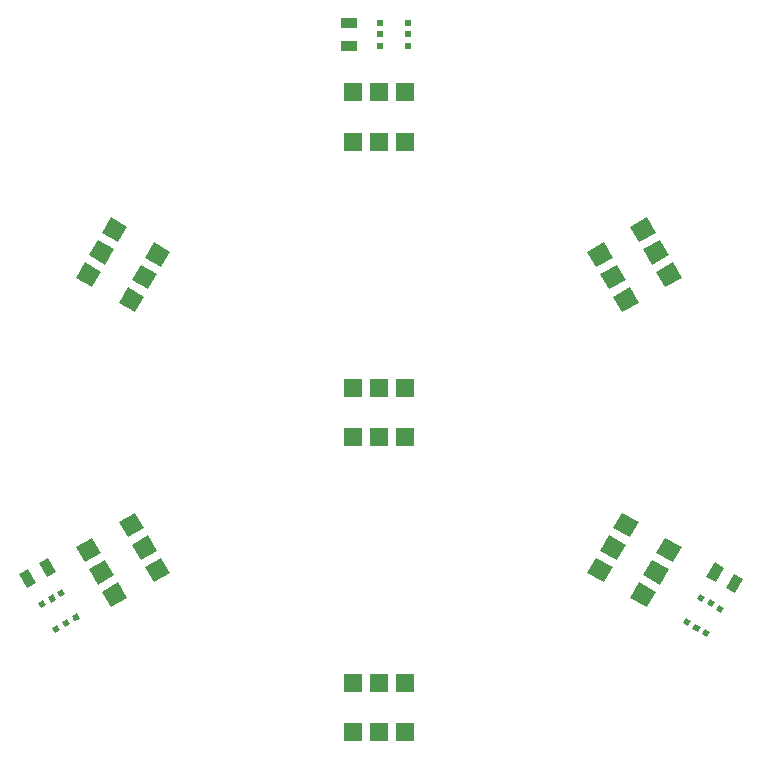
<source format=gtp>
G04 (created by PCBNEW-RS274X (2011-nov-30)-testing) date Fri 27 Jul 2012 07:09:39 PM EDT*
%MOIN*%
G04 Gerber Fmt 3.4, Leading zero omitted, Abs format*
%FSLAX34Y34*%
G01*
G70*
G90*
G04 APERTURE LIST*
%ADD10C,0.006*%
%ADD11R,0.055X0.035*%
%ADD12R,0.0197X0.0197*%
%ADD13R,0.0591X0.063*%
G04 APERTURE END LIST*
G54D10*
G54D11*
X57481Y-25610D03*
X57481Y-26360D03*
G54D10*
G36*
X47426Y-43423D02*
X47701Y-43900D01*
X47398Y-44075D01*
X47123Y-43598D01*
X47426Y-43423D01*
X47426Y-43423D01*
G37*
G36*
X46776Y-43799D02*
X47051Y-44276D01*
X46748Y-44451D01*
X46473Y-43974D01*
X46776Y-43799D01*
X46776Y-43799D01*
G37*
G36*
X70614Y-44130D02*
X70339Y-44607D01*
X70036Y-44432D01*
X70311Y-43955D01*
X70614Y-44130D01*
X70614Y-44130D01*
G37*
G36*
X69964Y-43756D02*
X69689Y-44233D01*
X69386Y-44058D01*
X69661Y-43581D01*
X69964Y-43756D01*
X69964Y-43756D01*
G37*
G36*
X68597Y-45612D02*
X68695Y-45442D01*
X68865Y-45540D01*
X68767Y-45710D01*
X68597Y-45612D01*
X68597Y-45612D01*
G37*
G36*
X68921Y-45799D02*
X69019Y-45629D01*
X69189Y-45727D01*
X69091Y-45897D01*
X68921Y-45799D01*
X68921Y-45799D01*
G37*
G36*
X69245Y-45986D02*
X69343Y-45816D01*
X69513Y-45914D01*
X69415Y-46084D01*
X69245Y-45986D01*
X69245Y-45986D01*
G37*
G36*
X69717Y-45168D02*
X69815Y-44998D01*
X69985Y-45096D01*
X69887Y-45266D01*
X69717Y-45168D01*
X69717Y-45168D01*
G37*
G36*
X69393Y-44981D02*
X69491Y-44811D01*
X69661Y-44909D01*
X69563Y-45079D01*
X69393Y-44981D01*
X69393Y-44981D01*
G37*
G36*
X69069Y-44794D02*
X69167Y-44624D01*
X69337Y-44722D01*
X69239Y-44892D01*
X69069Y-44794D01*
X69069Y-44794D01*
G37*
G36*
X47672Y-45927D02*
X47574Y-45757D01*
X47744Y-45659D01*
X47842Y-45829D01*
X47672Y-45927D01*
X47672Y-45927D01*
G37*
G36*
X47996Y-45740D02*
X47898Y-45570D01*
X48068Y-45472D01*
X48166Y-45642D01*
X47996Y-45740D01*
X47996Y-45740D01*
G37*
G36*
X48320Y-45553D02*
X48222Y-45383D01*
X48392Y-45285D01*
X48490Y-45455D01*
X48320Y-45553D01*
X48320Y-45553D01*
G37*
G36*
X47848Y-44735D02*
X47750Y-44565D01*
X47920Y-44467D01*
X48018Y-44637D01*
X47848Y-44735D01*
X47848Y-44735D01*
G37*
G36*
X47524Y-44922D02*
X47426Y-44752D01*
X47596Y-44654D01*
X47694Y-44824D01*
X47524Y-44922D01*
X47524Y-44922D01*
G37*
G36*
X47200Y-45109D02*
X47102Y-44939D01*
X47272Y-44841D01*
X47370Y-45011D01*
X47200Y-45109D01*
X47200Y-45109D01*
G37*
G54D12*
X59448Y-26359D03*
X59448Y-25985D03*
X59448Y-25611D03*
X58504Y-25611D03*
X58504Y-25985D03*
X58504Y-26359D03*
G54D10*
G36*
X50965Y-44253D02*
X50670Y-43742D01*
X51215Y-43427D01*
X51510Y-43938D01*
X50965Y-44253D01*
X50965Y-44253D01*
G37*
G36*
X50099Y-42754D02*
X49804Y-42243D01*
X50349Y-41928D01*
X50644Y-42439D01*
X50099Y-42754D01*
X50099Y-42754D01*
G37*
G36*
X50532Y-43504D02*
X50237Y-42993D01*
X50782Y-42678D01*
X51077Y-43189D01*
X50532Y-43504D01*
X50532Y-43504D01*
G37*
G36*
X49100Y-44330D02*
X48805Y-43819D01*
X49350Y-43504D01*
X49645Y-44015D01*
X49100Y-44330D01*
X49100Y-44330D01*
G37*
G36*
X48667Y-43581D02*
X48372Y-43070D01*
X48917Y-42755D01*
X49212Y-43266D01*
X48667Y-43581D01*
X48667Y-43581D01*
G37*
G36*
X49533Y-45080D02*
X49238Y-44569D01*
X49783Y-44254D01*
X50078Y-44765D01*
X49533Y-45080D01*
X49533Y-45080D01*
G37*
G36*
X65964Y-32912D02*
X66259Y-33423D01*
X65714Y-33738D01*
X65419Y-33227D01*
X65964Y-32912D01*
X65964Y-32912D01*
G37*
G36*
X66830Y-34411D02*
X67125Y-34922D01*
X66580Y-35237D01*
X66285Y-34726D01*
X66830Y-34411D01*
X66830Y-34411D01*
G37*
G36*
X66397Y-33662D02*
X66692Y-34173D01*
X66147Y-34488D01*
X65852Y-33977D01*
X66397Y-33662D01*
X66397Y-33662D01*
G37*
G36*
X67829Y-32834D02*
X68124Y-33345D01*
X67579Y-33660D01*
X67284Y-33149D01*
X67829Y-32834D01*
X67829Y-32834D01*
G37*
G36*
X68262Y-33584D02*
X68557Y-34095D01*
X68012Y-34410D01*
X67717Y-33899D01*
X68262Y-33584D01*
X68262Y-33584D01*
G37*
G36*
X67396Y-32085D02*
X67691Y-32596D01*
X67146Y-32911D01*
X66851Y-32400D01*
X67396Y-32085D01*
X67396Y-32085D01*
G37*
G36*
X67125Y-42243D02*
X66830Y-42754D01*
X66285Y-42439D01*
X66580Y-41928D01*
X67125Y-42243D01*
X67125Y-42243D01*
G37*
G36*
X66259Y-43742D02*
X65964Y-44253D01*
X65419Y-43938D01*
X65714Y-43427D01*
X66259Y-43742D01*
X66259Y-43742D01*
G37*
G36*
X66692Y-42993D02*
X66397Y-43504D01*
X65852Y-43189D01*
X66147Y-42678D01*
X66692Y-42993D01*
X66692Y-42993D01*
G37*
G36*
X68124Y-43819D02*
X67829Y-44330D01*
X67284Y-44015D01*
X67579Y-43504D01*
X68124Y-43819D01*
X68124Y-43819D01*
G37*
G36*
X67691Y-44569D02*
X67396Y-45080D01*
X66851Y-44765D01*
X67146Y-44254D01*
X67691Y-44569D01*
X67691Y-44569D01*
G37*
G36*
X68557Y-43070D02*
X68262Y-43581D01*
X67717Y-43266D01*
X68012Y-42755D01*
X68557Y-43070D01*
X68557Y-43070D01*
G37*
G54D13*
X57599Y-29567D03*
X59331Y-29567D03*
X58465Y-29567D03*
X58465Y-27913D03*
X59331Y-27913D03*
X57599Y-27913D03*
G54D10*
G36*
X50078Y-32400D02*
X49783Y-32911D01*
X49238Y-32596D01*
X49533Y-32085D01*
X50078Y-32400D01*
X50078Y-32400D01*
G37*
G36*
X49212Y-33899D02*
X48917Y-34410D01*
X48372Y-34095D01*
X48667Y-33584D01*
X49212Y-33899D01*
X49212Y-33899D01*
G37*
G36*
X49645Y-33150D02*
X49350Y-33661D01*
X48805Y-33346D01*
X49100Y-32835D01*
X49645Y-33150D01*
X49645Y-33150D01*
G37*
G36*
X51077Y-33976D02*
X50782Y-34487D01*
X50237Y-34172D01*
X50532Y-33661D01*
X51077Y-33976D01*
X51077Y-33976D01*
G37*
G36*
X50644Y-34726D02*
X50349Y-35237D01*
X49804Y-34922D01*
X50099Y-34411D01*
X50644Y-34726D01*
X50644Y-34726D01*
G37*
G36*
X51510Y-33227D02*
X51215Y-33738D01*
X50670Y-33423D01*
X50965Y-32912D01*
X51510Y-33227D01*
X51510Y-33227D01*
G37*
G54D13*
X57599Y-39410D03*
X59331Y-39410D03*
X58465Y-39410D03*
X58465Y-37756D03*
X59331Y-37756D03*
X57599Y-37756D03*
X57599Y-49253D03*
X59331Y-49253D03*
X58465Y-49253D03*
X58465Y-47599D03*
X59331Y-47599D03*
X57599Y-47599D03*
M02*

</source>
